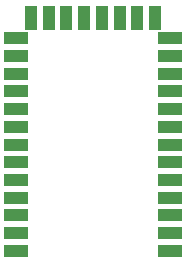
<source format=gbp>
G04 #@! TF.GenerationSoftware,KiCad,Pcbnew,(5.0.0)*
G04 #@! TF.CreationDate,2020-03-26T00:34:20-06:00*
G04 #@! TF.ProjectId,RGB_LEDController,5247425F4C4544436F6E74726F6C6C65,rev?*
G04 #@! TF.SameCoordinates,Original*
G04 #@! TF.FileFunction,Paste,Bot*
G04 #@! TF.FilePolarity,Positive*
%FSLAX46Y46*%
G04 Gerber Fmt 4.6, Leading zero omitted, Abs format (unit mm)*
G04 Created by KiCad (PCBNEW (5.0.0)) date 03/26/20 00:34:20*
%MOMM*%
%LPD*%
G01*
G04 APERTURE LIST*
%ADD10R,2.000000X1.000000*%
%ADD11R,1.000000X2.000000*%
G04 APERTURE END LIST*
D10*
G04 #@! TO.C,U1*
X124470000Y-119640000D03*
X124470000Y-118140000D03*
X124470000Y-116640000D03*
X124470000Y-115140000D03*
X124470000Y-113640000D03*
X124470000Y-112140000D03*
X124470000Y-110640000D03*
X124470000Y-109140000D03*
X124470000Y-107640000D03*
X124470000Y-106140000D03*
X124470000Y-104640000D03*
X124470000Y-103140000D03*
X124470000Y-101640000D03*
D11*
X125720000Y-99890000D03*
X127220000Y-99890000D03*
X128720000Y-99890000D03*
X130220000Y-99890000D03*
X131720000Y-99890000D03*
X133220000Y-99890000D03*
X134720000Y-99890000D03*
X136220000Y-99890000D03*
D10*
X137470000Y-101640000D03*
X137470000Y-103140000D03*
X137470000Y-104640000D03*
X137470000Y-106140000D03*
X137470000Y-107640000D03*
X137470000Y-109140000D03*
X137470000Y-110640000D03*
X137470000Y-112140000D03*
X137470000Y-113640000D03*
X137470000Y-115140000D03*
X137470000Y-116640000D03*
X137470000Y-118140000D03*
X137470000Y-119640000D03*
G04 #@! TD*
M02*

</source>
